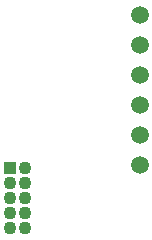
<source format=gbr>
G04 #@! TF.GenerationSoftware,KiCad,Pcbnew,7.0.10*
G04 #@! TF.CreationDate,2024-02-16T13:27:10-05:00*
G04 #@! TF.ProjectId,Tympan nRF52 Programmer,54796d70-616e-4206-9e52-463532205072,rev?*
G04 #@! TF.SameCoordinates,Original*
G04 #@! TF.FileFunction,Copper,L2,Bot*
G04 #@! TF.FilePolarity,Positive*
%FSLAX46Y46*%
G04 Gerber Fmt 4.6, Leading zero omitted, Abs format (unit mm)*
G04 Created by KiCad (PCBNEW 7.0.10) date 2024-02-16 13:27:10*
%MOMM*%
%LPD*%
G01*
G04 APERTURE LIST*
G04 #@! TA.AperFunction,ComponentPad*
%ADD10C,1.500000*%
G04 #@! TD*
G04 #@! TA.AperFunction,ComponentPad*
%ADD11R,1.090000X1.090000*%
G04 #@! TD*
G04 #@! TA.AperFunction,ComponentPad*
%ADD12C,1.090000*%
G04 #@! TD*
G04 #@! TA.AperFunction,Conductor*
%ADD13C,0.250000*%
G04 #@! TD*
G04 APERTURE END LIST*
D10*
X136600000Y-100700000D03*
X136600000Y-103240000D03*
X136600000Y-105780000D03*
X136600000Y-108320000D03*
X136600000Y-110860000D03*
X136600000Y-113400000D03*
D11*
X125630000Y-113660000D03*
D12*
X126900000Y-113660000D03*
X125630000Y-114930000D03*
X126900000Y-114930000D03*
X125630000Y-116200000D03*
X126900000Y-116200000D03*
X125630000Y-117470000D03*
X126900000Y-117470000D03*
X125630000Y-118740000D03*
X126900000Y-118740000D03*
D13*
X136600000Y-103240000D02*
X136740000Y-103100000D01*
M02*

</source>
